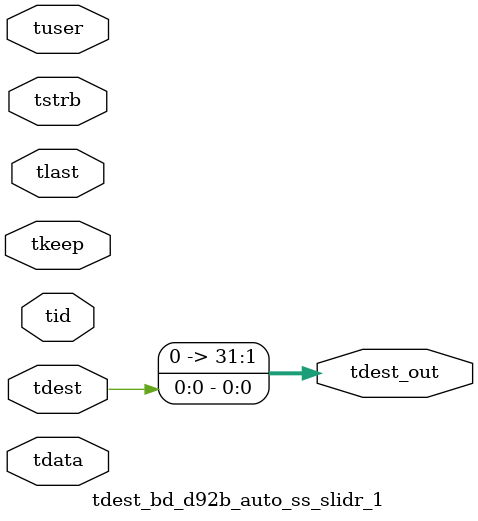
<source format=v>


`timescale 1ps/1ps

module tdest_bd_d92b_auto_ss_slidr_1 #
(
parameter C_S_AXIS_TDATA_WIDTH = 32,
parameter C_S_AXIS_TUSER_WIDTH = 0,
parameter C_S_AXIS_TID_WIDTH   = 0,
parameter C_S_AXIS_TDEST_WIDTH = 0,
parameter C_M_AXIS_TDEST_WIDTH = 32
)
(
input  [(C_S_AXIS_TDATA_WIDTH == 0 ? 1 : C_S_AXIS_TDATA_WIDTH)-1:0     ] tdata,
input  [(C_S_AXIS_TUSER_WIDTH == 0 ? 1 : C_S_AXIS_TUSER_WIDTH)-1:0     ] tuser,
input  [(C_S_AXIS_TID_WIDTH   == 0 ? 1 : C_S_AXIS_TID_WIDTH)-1:0       ] tid,
input  [(C_S_AXIS_TDEST_WIDTH == 0 ? 1 : C_S_AXIS_TDEST_WIDTH)-1:0     ] tdest,
input  [(C_S_AXIS_TDATA_WIDTH/8)-1:0 ] tkeep,
input  [(C_S_AXIS_TDATA_WIDTH/8)-1:0 ] tstrb,
input                                                                    tlast,
output [C_M_AXIS_TDEST_WIDTH-1:0] tdest_out
);

assign tdest_out = {tdest[0:0]};

endmodule


</source>
